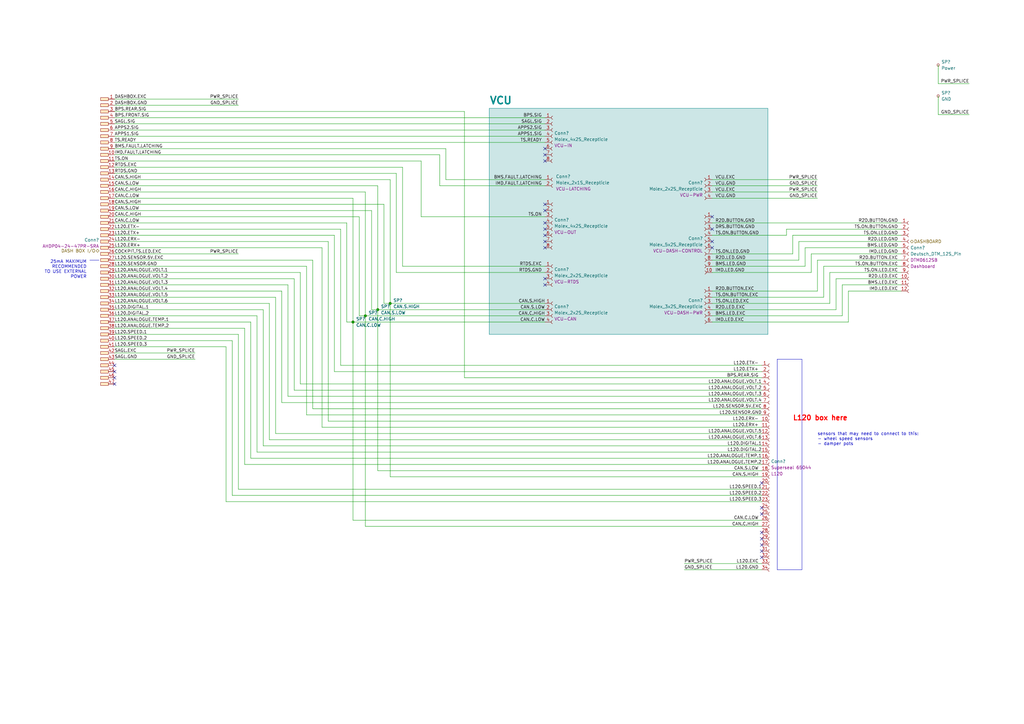
<source format=kicad_sch>
(kicad_sch (version 20231120) (generator "eeschema") (generator_version "8.0")
  (paper "A3")
  (title_block (title "LOOM - DASH BOX"))
  (lib_symbols
    (symbol "Connector:TestPoint_Small" (pin_numbers hide) (pin_names (offset 0.762) hide)
      (property "Reference" "TP" (at 0 3.81 0))
      (property "Value" "TestPoint_Small" (at 0 2.032 0))
      (symbol "TestPoint_Small_0_1"
        (circle (center 0 0) (radius 0.508))
      )
      (symbol "TestPoint_Small_1_1"
        (pin passive line (at 0 0 90) (length 0) (name "1") (number "1"))
      )
    )
    (symbol "Connectors_SUFST:AMPHENOL-47P-Pannel"
      (property "Reference" "Conn" (at 0 -1.905 0))
      (property "P/N" "AHDP04-24-47PR-SRA" (at 0 0 0))
      (symbol "AMPHENOL-47P-Pannel_0_1"
        (polyline (pts (xy -0.635 -121.285) (xy 1.905 -121.285)))
        (polyline (pts (xy -0.635 -116.205) (xy 1.905 -116.205)))
        (polyline (pts (xy -0.635 -111.125) (xy 1.905 -111.125)))
        (polyline (pts (xy -0.635 -106.045) (xy 1.905 -106.045)))
        (polyline (pts (xy -0.635 -100.965) (xy 1.905 -100.965)))
        (polyline (pts (xy -0.635 -95.885) (xy 1.905 -95.885)))
        (polyline (pts (xy -0.635 -90.805) (xy 1.905 -90.805)))
        (polyline (pts (xy -0.635 -85.725) (xy 1.905 -85.725)))
        (polyline (pts (xy -0.635 -80.645) (xy 1.905 -80.645)))
        (polyline (pts (xy -0.635 -75.565) (xy 1.905 -75.565)))
        (polyline (pts (xy -0.635 -70.485) (xy 1.905 -70.485)))
        (polyline (pts (xy -0.635 -65.405) (xy 1.905 -65.405)))
        (polyline (pts (xy -0.635 -60.325) (xy 1.905 -60.325)))
        (polyline (pts (xy -0.635 -55.245) (xy 1.905 -55.245)))
        (polyline (pts (xy -0.635 -50.165) (xy 1.905 -50.165)))
        (polyline (pts (xy -0.635 -45.085) (xy 1.905 -45.085)))
        (polyline (pts (xy -0.635 -40.005) (xy 1.905 -40.005)))
        (polyline (pts (xy -0.635 -34.925) (xy 1.905 -34.925)))
        (polyline (pts (xy -0.635 -29.845) (xy 1.905 -29.845)))
        (polyline (pts (xy -0.635 -24.765) (xy 1.905 -24.765)))
        (polyline (pts (xy -0.635 -19.685) (xy 1.905 -19.685)))
        (polyline (pts (xy -0.635 -14.605) (xy 1.905 -14.605)))
        (polyline (pts (xy -0.635 -9.525) (xy 1.905 -9.525)))
        (polyline (pts (xy -0.635 -4.445) (xy 1.905 -4.445)))
      )
      (symbol "AMPHENOL-47P-Pannel_1_1"
        (rectangle (start -3.81 -120.65) (end -0.635 -121.92) (fill (type color) (color 255 229 191 1)))
        (rectangle (start -3.81 -118.11) (end -0.635 -119.38) (fill (type color) (color 255 229 191 1)))
        (rectangle (start -3.81 -115.57) (end -0.635 -116.84) (fill (type color) (color 255 229 191 1)))
        (rectangle (start -3.81 -113.03) (end -0.635 -114.3) (fill (type color) (color 255 229 191 1)))
        (rectangle (start -3.81 -110.49) (end -0.635 -111.76) (fill (type color) (color 255 229 191 1)))
        (rectangle (start -3.81 -107.95) (end -0.635 -109.22) (fill (type color) (color 255 229 191 1)))
        (rectangle (start -3.81 -105.41) (end -0.635 -106.68) (fill (type color) (color 255 229 191 1)))
        (rectangle (start -3.81 -102.87) (end -0.635 -104.14) (fill (type color) (color 255 229 191 1)))
        (rectangle (start -3.81 -100.33) (end -0.635 -101.6) (fill (type color) (color 255 229 191 1)))
        (rectangle (start -3.81 -97.79) (end -0.635 -99.06) (fill (type color) (color 255 229 191 1)))
        (rectangle (start -3.81 -95.25) (end -0.635 -96.52) (fill (type color) (color 255 229 191 1)))
        (rectangle (start -3.81 -92.71) (end -0.635 -93.98) (fill (type color) (color 255 229 191 1)))
        (rectangle (start -3.81 -90.17) (end -0.635 -91.44) (fill (type color) (color 255 229 191 1)))
        (rectangle (start -3.81 -87.63) (end -0.635 -88.9) (fill (type color) (color 255 229 191 1)))
        (rectangle (start -3.81 -85.09) (end -0.635 -86.36) (fill (type color) (color 255 229 191 1)))
        (rectangle (start -3.81 -82.55) (end -0.635 -83.82) (fill (type color) (color 255 229 191 1)))
        (rectangle (start -3.81 -80.01) (end -0.635 -81.28) (fill (type color) (color 255 229 191 1)))
        (rectangle (start -3.81 -77.47) (end -0.635 -78.74) (fill (type color) (color 255 229 191 1)))
        (rectangle (start -3.81 -74.93) (end -0.635 -76.2) (fill (type color) (color 255 229 191 1)))
        (rectangle (start -3.81 -72.39) (end -0.635 -73.66) (fill (type color) (color 255 229 191 1)))
        (rectangle (start -3.81 -69.85) (end -0.635 -71.12) (fill (type color) (color 255 229 191 1)))
        (rectangle (start -3.81 -67.31) (end -0.635 -68.58) (fill (type color) (color 255 229 191 1)))
        (rectangle (start -3.81 -64.77) (end -0.635 -66.04) (fill (type color) (color 255 229 191 1)))
        (rectangle (start -3.81 -62.23) (end -0.635 -63.5) (fill (type color) (color 255 229 191 1)))
        (rectangle (start -3.81 -59.69) (end -0.635 -60.96) (fill (type color) (color 255 229 191 1)))
        (rectangle (start -3.81 -57.15) (end -0.635 -58.42) (fill (type color) (color 255 229 191 1)))
        (rectangle (start -3.81 -54.61) (end -0.635 -55.88) (fill (type color) (color 255 229 191 1)))
        (rectangle (start -3.81 -52.07) (end -0.635 -53.34) (fill (type color) (color 255 229 191 1)))
        (rectangle (start -3.81 -49.53) (end -0.635 -50.8) (fill (type color) (color 255 229 191 1)))
        (rectangle (start -3.81 -46.99) (end -0.635 -48.26) (fill (type color) (color 255 229 191 1)))
        (rectangle (start -3.81 -44.45) (end -0.635 -45.72) (fill (type color) (color 255 229 191 1)))
        (rectangle (start -3.81 -41.91) (end -0.635 -43.18) (fill (type color) (color 255 229 191 1)))
        (rectangle (start -3.81 -39.37) (end -0.635 -40.64) (fill (type color) (color 255 229 191 1)))
        (rectangle (start -3.81 -36.83) (end -0.635 -38.1) (fill (type color) (color 255 229 191 1)))
        (rectangle (start -3.81 -34.29) (end -0.635 -35.56) (fill (type color) (color 255 229 191 1)))
        (rectangle (start -3.81 -31.75) (end -0.635 -33.02) (fill (type color) (color 255 229 191 1)))
        (rectangle (start -3.81 -29.21) (end -0.635 -30.48) (fill (type color) (color 255 229 191 1)))
        (rectangle (start -3.81 -26.67) (end -0.635 -27.94) (fill (type color) (color 255 229 191 1)))
        (rectangle (start -3.81 -24.13) (end -0.635 -25.4) (fill (type color) (color 255 229 191 1)))
        (rectangle (start -3.81 -21.59) (end -0.635 -22.86) (fill (type color) (color 255 229 191 1)))
        (rectangle (start -3.81 -19.05) (end -0.635 -20.32) (fill (type color) (color 255 229 191 1)))
        (rectangle (start -3.81 -16.51) (end -0.635 -17.78) (fill (type color) (color 255 229 191 1)))
        (rectangle (start -3.81 -13.97) (end -0.635 -15.24) (fill (type color) (color 255 229 191 1)))
        (rectangle (start -3.81 -11.43) (end -0.635 -12.7) (fill (type color) (color 255 229 191 1)))
        (rectangle (start -3.81 -8.89) (end -0.635 -10.16) (fill (type color) (color 255 229 191 1)))
        (rectangle (start -3.81 -6.35) (end -0.635 -7.62) (fill (type color) (color 255 229 191 1)))
        (rectangle (start -3.81 -3.81) (end -0.635 -5.08) (fill (type color) (color 255 229 191 1)))
        (pin input line (at 1.905 -4.445 180) (length 2.54) (name "") (number "1"))
        (pin input line (at 1.905 -27.305 180) (length 2.54) (name "") (number "10"))
        (pin input line (at 1.905 -29.845 180) (length 2.54) (name "") (number "11"))
        (pin input line (at 1.905 -32.385 180) (length 2.54) (name "") (number "12"))
        (pin input line (at 1.905 -34.925 180) (length 2.54) (name "") (number "13"))
        (pin input line (at 1.905 -37.465 180) (length 2.54) (name "") (number "14"))
        (pin input line (at 1.905 -40.005 180) (length 2.54) (name "") (number "15"))
        (pin input line (at 1.905 -42.545 180) (length 2.54) (name "") (number "16"))
        (pin input line (at 1.905 -45.085 180) (length 2.54) (name "") (number "17"))
        (pin input line (at 1.905 -47.625 180) (length 2.54) (name "") (number "18"))
        (pin input line (at 1.905 -50.165 180) (length 2.54) (name "") (number "19"))
        (pin input line (at 1.905 -6.985 180) (length 2.54) (name "") (number "2"))
        (pin input line (at 1.905 -52.705 180) (length 2.54) (name "") (number "20"))
        (pin input line (at 1.905 -55.245 180) (length 2.54) (name "") (number "21"))
        (pin input line (at 1.905 -57.785 180) (length 2.54) (name "") (number "22"))
        (pin input line (at 1.905 -60.325 180) (length 2.54) (name "") (number "23"))
        (pin input line (at 1.905 -62.865 180) (length 2.54) (name "") (number "24"))
        (pin input line (at 1.905 -65.405 180) (length 2.54) (name "") (number "25"))
        (pin input line (at 1.905 -67.945 180) (length 2.54) (name "") (number "26"))
        (pin input line (at 1.905 -70.485 180) (length 2.54) (name "") (number "27"))
        (pin input line (at 1.905 -73.025 180) (length 2.54) (name "") (number "28"))
        (pin input line (at 1.905 -75.565 180) (length 2.54) (name "") (number "29"))
        (pin input line (at 1.905 -9.525 180) (length 2.54) (name "") (number "3"))
        (pin input line (at 1.905 -78.105 180) (length 2.54) (name "") (number "30"))
        (pin input line (at 1.905 -80.645 180) (length 2.54) (name "") (number "31"))
        (pin input line (at 1.905 -83.185 180) (length 2.54) (name "") (number "32"))
        (pin input line (at 1.905 -85.725 180) (length 2.54) (name "") (number "33"))
        (pin input line (at 1.905 -88.265 180) (length 2.54) (name "") (number "34"))
        (pin input line (at 1.905 -90.805 180) (length 2.54) (name "") (number "35"))
        (pin input line (at 1.905 -93.345 180) (length 2.54) (name "") (number "36"))
        (pin input line (at 1.905 -95.885 180) (length 2.54) (name "") (number "37"))
        (pin input line (at 1.905 -98.425 180) (length 2.54) (name "") (number "38"))
        (pin input line (at 1.905 -100.965 180) (length 2.54) (name "") (number "39"))
        (pin input line (at 1.905 -12.065 180) (length 2.54) (name "") (number "4"))
        (pin input line (at 1.905 -103.505 180) (length 2.54) (name "") (number "40"))
        (pin input line (at 1.905 -106.045 180) (length 2.54) (name "") (number "41"))
        (pin input line (at 1.905 -108.585 180) (length 2.54) (name "") (number "42"))
        (pin input line (at 1.905 -111.125 180) (length 2.54) (name "") (number "43"))
        (pin input line (at 1.905 -113.665 180) (length 2.54) (name "") (number "44"))
        (pin input line (at 1.905 -116.205 180) (length 2.54) (name "") (number "45"))
        (pin input line (at 1.905 -118.745 180) (length 2.54) (name "") (number "46"))
        (pin input line (at 1.905 -121.285 180) (length 2.54) (name "") (number "47"))
        (pin input line (at 1.905 -14.605 180) (length 2.54) (name "") (number "5"))
        (pin input line (at 1.905 -17.145 180) (length 2.54) (name "") (number "6"))
        (pin input line (at 1.905 -19.685 180) (length 2.54) (name "") (number "7"))
        (pin input line (at 1.905 -22.225 180) (length 2.54) (name "") (number "8"))
        (pin input line (at 1.905 -24.765 180) (length 2.54) (name "") (number "9"))
      )
    )
    (symbol "Connectors_SUFST:Deutsch_DTM_12S_Pin"
      (property "Reference" "Conn" (at 0 0.635 0))
      (property "P/N" "DTM0612SB" (at 0 0 0))
      (symbol "Deutsch_DTM_12S_Pin_0_1"
        (arc (start -2.5368 -27.9407) (mid -1.9833 -27.3063) (end -2.5355 -26.6707))
        (arc (start -2.5368 -22.8607) (mid -1.9833 -22.2263) (end -2.5355 -21.5907))
        (arc (start -2.5368 -17.7807) (mid -1.9833 -17.1463) (end -2.5355 -16.5107))
        (arc (start -2.5368 -12.7007) (mid -1.9833 -12.0663) (end -2.5355 -11.4307))
        (arc (start -2.5368 -7.6207) (mid -1.9833 -6.9863) (end -2.5355 -6.3507))
        (arc (start -2.5368 -2.5407) (mid -1.9833 -1.9063) (end -2.5355 -1.2707))
        (arc (start -2.4524 -30.4801) (mid -1.8989 -29.8457) (end -2.4511 -29.2101))
        (arc (start -2.4524 -25.4001) (mid -1.8989 -24.7657) (end -2.4511 -24.1301))
        (arc (start -2.4524 -20.3201) (mid -1.8989 -19.6857) (end -2.4511 -19.0501))
        (arc (start -2.4524 -15.2401) (mid -1.8989 -14.6057) (end -2.4511 -13.9701))
        (arc (start -2.4524 -10.1601) (mid -1.8989 -9.5257) (end -2.4511 -8.8901))
        (arc (start -2.4524 -5.0801) (mid -1.8989 -4.4457) (end -2.4511 -3.8101))
      )
      (symbol "Deutsch_DTM_12S_Pin_1_1"
        (pin input line (at 0.635 -29.845 180) (length 2.54) (name "") (number "1"))
        (pin input line (at 0.635 -6.985 180) (length 2.54) (name "") (number "10"))
        (pin input line (at 0.635 -4.445 180) (length 2.54) (name "") (number "11"))
        (pin input line (at 0.635 -1.905 180) (length 2.54) (name "") (number "12"))
        (pin input line (at 0.635 -27.305 180) (length 2.54) (name "") (number "2"))
        (pin input line (at 0.635 -24.765 180) (length 2.54) (name "") (number "3"))
        (pin input line (at 0.635 -22.225 180) (length 2.54) (name "") (number "4"))
        (pin input line (at 0.635 -19.685 180) (length 2.54) (name "") (number "5"))
        (pin input line (at 0.635 -17.145 180) (length 2.54) (name "") (number "6"))
        (pin input line (at 0.635 -14.605 180) (length 2.54) (name "") (number "7"))
        (pin input line (at 0.635 -12.065 180) (length 2.54) (name "") (number "8"))
        (pin input line (at 0.635 -9.525 180) (length 2.54) (name "") (number "9"))
      )
    )
    (symbol "Connectors_SUFST:L120 Connector"
      (property "Reference" "Conn" (at 0 0.635 0))
      (property "P/N" "Superseal 65044" (at -0.635 4.445 0))
      (symbol "L120 Connector_0_1"
        (arc (start -2.5368 -83.8207) (mid -1.9833 -83.1863) (end -2.5355 -82.5507))
        (arc (start -2.5368 -78.7407) (mid -1.9833 -78.1063) (end -2.5355 -77.4707))
        (arc (start -2.5368 -73.6607) (mid -1.9833 -73.0263) (end -2.5355 -72.3907))
        (arc (start -2.5368 -68.5807) (mid -1.9833 -67.9463) (end -2.5355 -67.3107))
        (arc (start -2.5368 -63.5007) (mid -1.9833 -62.8663) (end -2.5355 -62.2307))
        (arc (start -2.5368 -58.4207) (mid -1.9833 -57.7863) (end -2.5355 -57.1507))
        (arc (start -2.5368 -53.3407) (mid -1.9833 -52.7063) (end -2.5355 -52.0707))
        (arc (start -2.5368 -48.2607) (mid -1.9833 -47.6263) (end -2.5355 -46.9907))
        (arc (start -2.5368 -43.1807) (mid -1.9833 -42.5463) (end -2.5355 -41.9107))
        (arc (start -2.5368 -38.1007) (mid -1.9833 -37.4663) (end -2.5355 -36.8307))
        (arc (start -2.5368 -33.0207) (mid -1.9833 -32.3863) (end -2.5355 -31.7507))
        (arc (start -2.5368 -27.9407) (mid -1.9833 -27.3063) (end -2.5355 -26.6707))
        (arc (start -2.5368 -22.8607) (mid -1.9833 -22.2263) (end -2.5355 -21.5907))
        (arc (start -2.5368 -17.7807) (mid -1.9833 -17.1463) (end -2.5355 -16.5107))
        (arc (start -2.5368 -12.7007) (mid -1.9833 -12.0663) (end -2.5355 -11.4307))
        (arc (start -2.5368 -7.6207) (mid -1.9833 -6.9863) (end -2.5355 -6.3507))
        (arc (start -2.5368 -2.5407) (mid -1.9833 -1.9063) (end -2.5355 -1.2707))
        (arc (start -2.4524 -86.3601) (mid -1.8989 -85.7257) (end -2.4511 -85.0901))
        (arc (start -2.4524 -81.2801) (mid -1.8989 -80.6457) (end -2.4511 -80.0101))
        (arc (start -2.4524 -76.2001) (mid -1.8989 -75.5657) (end -2.4511 -74.9301))
        (arc (start -2.4524 -71.1201) (mid -1.8989 -70.4857) (end -2.4511 -69.8501))
        (arc (start -2.4524 -66.0401) (mid -1.8989 -65.4057) (end -2.4511 -64.7701))
        (arc (start -2.4524 -60.9601) (mid -1.8989 -60.3257) (end -2.4511 -59.6901))
        (arc (start -2.4524 -55.8801) (mid -1.8989 -55.2457) (end -2.4511 -54.6101))
        (arc (start -2.4524 -50.8001) (mid -1.8989 -50.1657) (end -2.4511 -49.5301))
        (arc (start -2.4524 -45.7201) (mid -1.8989 -45.0857) (end -2.4511 -44.4501))
        (arc (start -2.4524 -40.6401) (mid -1.8989 -40.0057) (end -2.4511 -39.3701))
        (arc (start -2.4524 -35.5601) (mid -1.8989 -34.9257) (end -2.4511 -34.2901))
        (arc (start -2.4524 -30.4801) (mid -1.8989 -29.8457) (end -2.4511 -29.2101))
        (arc (start -2.4524 -25.4001) (mid -1.8989 -24.7657) (end -2.4511 -24.1301))
        (arc (start -2.4524 -20.3201) (mid -1.8989 -19.6857) (end -2.4511 -19.0501))
        (arc (start -2.4524 -15.2401) (mid -1.8989 -14.6057) (end -2.4511 -13.9701))
        (arc (start -2.4524 -10.1601) (mid -1.8989 -9.5257) (end -2.4511 -8.8901))
        (arc (start -2.4524 -5.0801) (mid -1.8989 -4.4457) (end -2.4511 -3.8101))
      )
      (symbol "L120 Connector_1_1"
        (pin input line (at 0.635 -1.905 180) (length 2.54) (name "") (number "1"))
        (pin input line (at 0.635 -24.765 180) (length 2.54) (name "") (number "10"))
        (pin input line (at 0.635 -27.305 180) (length 2.54) (name "") (number "11"))
        (pin input line (at 0.635 -29.845 180) (length 2.54) (name "") (number "12"))
        (pin input line (at 0.635 -32.385 180) (length 2.54) (name "") (number "13"))
        (pin input line (at 0.635 -34.925 180) (length 2.54) (name "") (number "14"))
        (pin input line (at 0.635 -37.465 180) (length 2.54) (name "") (number "15"))
        (pin input line (at 0.635 -40.005 180) (length 2.54) (name "") (number "16"))
        (pin input line (at 0.635 -42.545 180) (length 2.54) (name "") (number "17"))
        (pin input line (at 0.635 -45.085 180) (length 2.54) (name "") (number "18"))
        (pin input line (at 0.635 -47.625 180) (length 2.54) (name "") (number "19"))
        (pin input line (at 0.635 -4.445 180) (length 2.54) (name "") (number "2"))
        (pin input line (at 0.635 -50.165 180) (length 2.54) (name "") (number "20"))
        (pin input line (at 0.635 -52.705 180) (length 2.54) (name "") (number "21"))
        (pin input line (at 0.635 -55.245 180) (length 2.54) (name "") (number "22"))
        (pin input line (at 0.635 -57.785 180) (length 2.54) (name "") (number "23"))
        (pin input line (at 0.635 -60.325 180) (length 2.54) (name "") (number "24"))
        (pin input line (at 0.635 -62.865 180) (length 2.54) (name "") (number "25"))
        (pin input line (at 0.635 -65.405 180) (length 2.54) (name "") (number "26"))
        (pin input line (at 0.635 -67.945 180) (length 2.54) (name "") (number "27"))
        (pin input line (at 0.635 -70.485 180) (length 2.54) (name "") (number "28"))
        (pin input line (at 0.635 -73.025 180) (length 2.54) (name "") (number "29"))
        (pin input line (at 0.635 -6.985 180) (length 2.54) (name "") (number "3"))
        (pin input line (at 0.635 -75.565 180) (length 2.54) (name "") (number "30"))
        (pin input line (at 0.635 -78.105 180) (length 2.54) (name "") (number "31"))
        (pin input line (at 0.635 -80.645 180) (length 2.54) (name "") (number "32"))
        (pin input line (at 0.635 -83.185 180) (length 2.54) (name "") (number "33"))
        (pin input line (at 0.635 -85.725 180) (length 2.54) (name "") (number "34"))
        (pin input line (at 0.635 -9.525 180) (length 2.54) (name "") (number "4"))
        (pin input line (at 0.635 -12.065 180) (length 2.54) (name "") (number "5"))
        (pin input line (at 0.635 -14.605 180) (length 2.54) (name "") (number "6"))
        (pin input line (at 0.635 -17.145 180) (length 2.54) (name "") (number "7"))
        (pin input line (at 0.635 -19.685 180) (length 2.54) (name "") (number "8"))
        (pin input line (at 0.635 -22.225 180) (length 2.54) (name "") (number "9"))
      )
    )
    (symbol "Connectors_SUFST:Molex_2x1S_Recepticle"
      (property "Reference" "Conn" (at 0 0.635 0))
      (symbol "Molex_2x1S_Recepticle_0_1"
        (arc (start -2.5368 -2.5407) (mid -1.9833 -1.9063) (end -2.5355 -1.2707))
        (arc (start -2.4524 -5.0801) (mid -1.8989 -4.4457) (end -2.4511 -3.8101))
      )
      (symbol "Molex_2x1S_Recepticle_1_1"
        (pin input line (at 0.635 -4.445 180) (length 2.54) (name "") (number "1"))
        (pin input line (at 0.635 -1.905 180) (length 2.54) (name "") (number "2"))
      )
    )
    (symbol "Connectors_SUFST:Molex_2x2S_Recepticle"
      (property "Reference" "Conn" (at 0 0.635 0))
      (symbol "Molex_2x2S_Recepticle_0_1"
        (arc (start -2.5368 -7.6207) (mid -1.9833 -6.9863) (end -2.5355 -6.3507))
        (arc (start -2.5368 -2.5407) (mid -1.9833 -1.9063) (end -2.5355 -1.2707))
        (arc (start -2.4524 -10.1601) (mid -1.8989 -9.5257) (end -2.4511 -8.8901))
        (arc (start -2.4524 -5.0801) (mid -1.8989 -4.4457) (end -2.4511 -3.8101))
      )
      (symbol "Molex_2x2S_Recepticle_1_1"
        (pin input line (at 0.635 -1.905 180) (length 2.54) (name "") (number "1"))
        (pin input line (at 0.635 -4.445 180) (length 2.54) (name "") (number "2"))
        (pin input line (at 0.635 -6.985 180) (length 2.54) (name "") (number "3"))
        (pin input line (at 0.635 -9.525 180) (length 2.54) (name "") (number "4"))
      )
    )
    (symbol "Connectors_SUFST:Molex_3x2S_Recepticle"
      (property "Reference" "Conn" (at 0 0.635 0))
      (symbol "Molex_3x2S_Recepticle_0_1"
        (arc (start -2.5368 -7.6207) (mid -1.9833 -6.9863) (end -2.5355 -6.3507))
        (arc (start -2.5368 -2.5407) (mid -1.9833 -1.9063) (end -2.5355 -1.2707))
        (arc (start -2.4524 -12.7001) (mid -1.8989 -12.0657) (end -2.4511 -11.4301))
        (arc (start -2.4524 -10.1601) (mid -1.8989 -9.5257) (end -2.4511 -8.8901))
        (arc (start -2.4524 -5.0801) (mid -1.8989 -4.4457) (end -2.4511 -3.8101))
        (arc (start -2.368 -15.2395) (mid -1.8145 -14.6051) (end -2.3667 -13.9695))
      )
      (symbol "Molex_3x2S_Recepticle_1_1"
        (pin input line (at 0.635 -1.905 180) (length 2.54) (name "") (number "1"))
        (pin input line (at 0.635 -4.445 180) (length 2.54) (name "") (number "2"))
        (pin input line (at 0.635 -6.985 180) (length 2.54) (name "") (number "3"))
        (pin input line (at 0.635 -9.525 180) (length 2.54) (name "") (number "4"))
        (pin input line (at 0.635 -12.065 180) (length 2.54) (name "") (number "5"))
        (pin input line (at 0.635 -14.605 180) (length 2.54) (name "") (number "6"))
      )
    )
    (symbol "Connectors_SUFST:Molex_4x2S_Recepticle"
      (property "Reference" "Conn" (at 0 0.635 0))
      (symbol "Molex_4x2S_Recepticle_0_1"
        (arc (start -2.5368 -7.6207) (mid -1.9833 -6.9863) (end -2.5355 -6.3507))
        (arc (start -2.5368 -2.5407) (mid -1.9833 -1.9063) (end -2.5355 -1.2707))
        (arc (start -2.4524 -17.7801) (mid -1.8989 -17.1457) (end -2.4511 -16.5101))
        (arc (start -2.4524 -12.7001) (mid -1.8989 -12.0657) (end -2.4511 -11.4301))
        (arc (start -2.4524 -10.1601) (mid -1.8989 -9.5257) (end -2.4511 -8.8901))
        (arc (start -2.4524 -5.0801) (mid -1.8989 -4.4457) (end -2.4511 -3.8101))
        (arc (start -2.368 -20.3195) (mid -1.8145 -19.6851) (end -2.3667 -19.0495))
        (arc (start -2.368 -15.2395) (mid -1.8145 -14.6051) (end -2.3667 -13.9695))
      )
      (symbol "Molex_4x2S_Recepticle_1_1"
        (pin input line (at 0.635 -1.905 180) (length 2.54) (name "") (number "1"))
        (pin input line (at 0.635 -4.445 180) (length 2.54) (name "") (number "2"))
        (pin input line (at 0.635 -6.985 180) (length 2.54) (name "") (number "3"))
        (pin input line (at 0.635 -9.525 180) (length 2.54) (name "") (number "4"))
        (pin input line (at 0.635 -12.065 180) (length 2.54) (name "") (number "5"))
        (pin input line (at 0.635 -14.605 180) (length 2.54) (name "") (number "6"))
        (pin input line (at 0.635 -17.145 180) (length 2.54) (name "") (number "7"))
        (pin input line (at 0.635 -19.685 180) (length 2.54) (name "") (number "8"))
      )
    )
    (symbol "Connectors_SUFST:Molex_5x2S_Recepticle"
      (property "Reference" "Conn" (at 0 0.635 0))
      (symbol "Molex_5x2S_Recepticle_0_1"
        (arc (start -2.5368 -7.6207) (mid -1.9833 -6.9863) (end -2.5355 -6.3507))
        (arc (start -2.5368 -2.5407) (mid -1.9833 -1.9063) (end -2.5355 -1.2707))
        (arc (start -2.4524 -22.8601) (mid -1.8989 -22.2257) (end -2.4511 -21.5901))
        (arc (start -2.4524 -17.7801) (mid -1.8989 -17.1457) (end -2.4511 -16.5101))
        (arc (start -2.4524 -12.7001) (mid -1.8989 -12.0657) (end -2.4511 -11.4301))
        (arc (start -2.4524 -10.1601) (mid -1.8989 -9.5257) (end -2.4511 -8.8901))
        (arc (start -2.4524 -5.0801) (mid -1.8989 -4.4457) (end -2.4511 -3.8101))
        (arc (start -2.368 -25.3995) (mid -1.8145 -24.7651) (end -2.3667 -24.1295))
        (arc (start -2.368 -20.3195) (mid -1.8145 -19.6851) (end -2.3667 -19.0495))
        (arc (start -2.368 -15.2395) (mid -1.8145 -14.6051) (end -2.3667 -13.9695))
      )
      (symbol "Molex_5x2S_Recepticle_1_1"
        (pin input line (at 0.635 -1.905 180) (length 2.54) (name "") (number "1"))
        (pin input line (at 0.635 -24.765 180) (length 2.54) (name "") (number "10"))
        (pin input line (at 0.635 -4.445 180) (length 2.54) (name "") (number "2"))
        (pin input line (at 0.635 -6.985 180) (length 2.54) (name "") (number "3"))
        (pin input line (at 0.635 -9.525 180) (length 2.54) (name "") (number "4"))
        (pin input line (at 0.635 -12.065 180) (length 2.54) (name "") (number "5"))
        (pin input line (at 0.635 -14.605 180) (length 2.54) (name "") (number "6"))
        (pin input line (at 0.635 -17.145 180) (length 2.54) (name "") (number "7"))
        (pin input line (at 0.635 -19.685 180) (length 2.54) (name "") (number "8"))
        (pin input line (at 0.635 -22.225 180) (length 2.54) (name "") (number "9"))
      )
    )
  )
  (junction (at 154.94 127))
  (junction (at 160.02 124.46))
  (junction (at 149.86 129.54))
  (junction (at 144.78 132.08))
  (no_connect (at 292.1 88.9))
  (no_connect (at 292.1 101.6))
  (no_connect (at 223.52 83.82))
  (no_connect (at 312.42 208.28))
  (no_connect (at 223.52 96.52))
  (no_connect (at 223.52 101.6))
  (no_connect (at 312.42 210.82))
  (no_connect (at 312.42 228.6))
  (no_connect (at 223.52 93.98))
  (no_connect (at 223.52 91.44))
  (no_connect (at 223.52 60.96))
  (no_connect (at 223.52 86.36))
  (no_connect (at 292.1 99.06))
  (no_connect (at 223.52 66.04))
  (no_connect (at 46.99 154.94))
  (no_connect (at 223.52 99.06))
  (no_connect (at 292.1 93.98))
  (no_connect (at 223.52 114.3))
  (no_connect (at 223.52 116.84))
  (no_connect (at 312.42 198.12))
  (no_connect (at 223.52 63.5))
  (no_connect (at 46.99 152.4))
  (no_connect (at 46.99 149.86))
  (no_connect (at 312.42 223.52))
  (no_connect (at 312.42 218.44))
  (no_connect (at 312.42 220.98))
  (no_connect (at 46.99 157.48))
  (no_connect (at 312.42 226.06))
  (wire (pts (xy 46.99 99.06) (xy 134.62 99.06)))
  (wire (pts (xy 312.42 187.96) (xy 102.87 187.96)))
  (wire (pts (xy 46.99 81.28) (xy 144.78 81.28)))
  (wire (pts (xy 165.1 109.22) (xy 165.1 68.58)))
  (wire (pts (xy 340.36 111.76) (xy 369.57 111.76)))
  (wire (pts (xy 384.81 34.29) (xy 397.51 34.29)))
  (wire (pts (xy 312.42 167.64) (xy 128.27 167.64)))
  (wire (pts (xy 46.99 91.44) (xy 142.24 91.44)))
  (wire (pts (xy 312.42 175.26) (xy 132.08 175.26)))
  (wire (pts (xy 46.99 93.98) (xy 139.7 93.98)))
  (wire (pts (xy 123.19 111.76) (xy 46.99 111.76)))
  (wire (pts (xy 369.57 114.3) (xy 342.9 114.3)))
  (wire (pts (xy 312.42 182.88) (xy 107.95 182.88)))
  (wire (pts (xy 292.1 129.54) (xy 345.44 129.54)))
  (wire (pts (xy 125.73 170.18) (xy 125.73 109.22)))
  (wire (pts (xy 125.73 109.22) (xy 46.99 109.22)))
  (wire (pts (xy 292.1 124.46) (xy 340.36 124.46)))
  (wire (pts (xy 46.99 45.72) (xy 190.5 45.72)))
  (wire (pts (xy 335.28 78.74) (xy 292.1 78.74)))
  (wire (pts (xy 46.99 43.18) (xy 97.79 43.18)))
  (wire (pts (xy 292.1 104.14) (xy 325.12 104.14)))
  (wire (pts (xy 46.99 73.66) (xy 160.02 73.66)))
  (wire (pts (xy 92.71 205.74) (xy 92.71 142.24)))
  (wire (pts (xy 325.12 96.52) (xy 369.57 96.52)))
  (wire (pts (xy 162.56 111.76) (xy 223.52 111.76)))
  (wire (pts (xy 120.65 160.02) (xy 120.65 114.3)))
  (wire (pts (xy 113.03 177.8) (xy 113.03 121.92)))
  (wire (pts (xy 139.7 149.86) (xy 312.42 149.86)))
  (wire (pts (xy 152.4 86.36) (xy 152.4 127)))
  (wire (pts (xy 312.42 160.02) (xy 120.65 160.02)))
  (wire (pts (xy 223.52 76.2) (xy 180.34 76.2)))
  (wire (pts (xy 312.42 231.14) (xy 280.67 231.14)))
  (wire (pts (xy 46.99 76.2) (xy 154.94 76.2)))
  (wire (pts (xy 97.79 200.66) (xy 97.79 137.16)))
  (wire (pts (xy 160.02 73.66) (xy 160.02 124.46)))
  (wire (pts (xy 110.49 180.34) (xy 110.49 124.46)))
  (wire (pts (xy 223.52 109.22) (xy 165.1 109.22)))
  (wire (pts (xy 149.86 215.9) (xy 149.86 129.54)))
  (wire (pts (xy 180.34 76.2) (xy 180.34 63.5)))
  (wire (pts (xy 337.82 121.92) (xy 337.82 109.22)))
  (wire (pts (xy 292.1 91.44) (xy 369.57 91.44)))
  (wire (pts (xy 332.74 111.76) (xy 292.1 111.76)))
  (wire (pts (xy 327.66 106.68) (xy 292.1 106.68)))
  (wire (pts (xy 46.99 60.96) (xy 182.88 60.96)))
  (wire (pts (xy 182.88 73.66) (xy 223.52 73.66)))
  (wire (pts (xy 292.1 109.22) (xy 330.2 109.22)))
  (wire (pts (xy 347.98 132.08) (xy 292.1 132.08)))
  (wire (pts (xy 312.42 233.68) (xy 280.67 233.68)))
  (wire (pts (xy 107.95 182.88) (xy 107.95 127)))
  (wire (pts (xy 144.78 132.08) (xy 144.78 81.28)))
  (wire (pts (xy 137.16 96.52) (xy 137.16 152.4)))
  (wire (pts (xy 312.42 193.04) (xy 154.94 193.04)))
  (wire (pts (xy 46.99 40.64) (xy 97.79 40.64)))
  (wire (pts (xy 107.95 127) (xy 46.99 127)))
  (wire (pts (xy 335.28 106.68) (xy 369.57 106.68)))
  (wire (pts (xy 345.44 116.84) (xy 369.57 116.84)))
  (wire (pts (xy 115.57 119.38) (xy 46.99 119.38)))
  (wire (pts (xy 327.66 99.06) (xy 327.66 106.68)))
  (wire (pts (xy 128.27 106.68) (xy 46.99 106.68)))
  (wire (pts (xy 149.86 78.74) (xy 149.86 129.54)))
  (wire (pts (xy 312.42 180.34) (xy 110.49 180.34)))
  (wire (pts (xy 46.99 101.6) (xy 132.08 101.6)))
  (wire (pts (xy 95.25 203.2) (xy 312.42 203.2)))
  (wire (pts (xy 335.28 76.2) (xy 292.1 76.2)))
  (wire (pts (xy 157.48 83.82) (xy 157.48 124.46)))
  (wire (pts (xy 105.41 185.42) (xy 312.42 185.42)))
  (wire (pts (xy 345.44 129.54) (xy 345.44 116.84)))
  (wire (pts (xy 312.42 177.8) (xy 113.03 177.8)))
  (wire (pts (xy 46.99 83.82) (xy 157.48 83.82)))
  (wire (pts (xy 337.82 109.22) (xy 369.57 109.22)))
  (wire (pts (xy 46.99 104.14) (xy 97.79 104.14)))
  (wire (pts (xy 172.72 66.04) (xy 172.72 88.9)))
  (wire (pts (xy 332.74 104.14) (xy 332.74 111.76)))
  (wire (pts (xy 118.11 162.56) (xy 118.11 116.84)))
  (wire (pts (xy 123.19 157.48) (xy 123.19 111.76)))
  (wire (pts (xy 162.56 71.12) (xy 162.56 111.76)))
  (wire (pts (xy 137.16 152.4) (xy 312.42 152.4)))
  (wire (pts (xy 312.42 205.74) (xy 92.71 205.74)))
  (wire (pts (xy 149.86 129.54) (xy 223.52 129.54)))
  (wire (pts (xy 46.99 66.04) (xy 172.72 66.04)))
  (wire (pts (xy 292.1 121.92) (xy 337.82 121.92)))
  (polyline (pts (xy 36.83 106.68) (xy 40.64 106.68)))
  (wire (pts (xy 160.02 124.46) (xy 223.52 124.46)))
  (wire (pts (xy 312.42 213.36) (xy 144.78 213.36)))
  (wire (pts (xy 46.99 88.9) (xy 147.32 88.9)))
  (wire (pts (xy 118.11 116.84) (xy 46.99 116.84)))
  (wire (pts (xy 97.79 137.16) (xy 46.99 137.16)))
  (wire (pts (xy 325.12 104.14) (xy 325.12 96.52)))
  (wire (pts (xy 154.94 193.04) (xy 154.94 127)))
  (wire (pts (xy 342.9 114.3) (xy 342.9 127)))
  (wire (pts (xy 46.99 48.26) (xy 223.52 48.26)))
  (wire (pts (xy 142.24 91.44) (xy 142.24 132.08)))
  (wire (pts (xy 134.62 99.06) (xy 134.62 172.72)))
  (wire (pts (xy 335.28 73.66) (xy 292.1 73.66)))
  (wire (pts (xy 102.87 132.08) (xy 46.99 132.08)))
  (wire (pts (xy 312.42 162.56) (xy 118.11 162.56)))
  (wire (pts (xy 154.94 127) (xy 223.52 127)))
  (wire (pts (xy 46.99 78.74) (xy 149.86 78.74)))
  (wire (pts (xy 46.99 53.34) (xy 223.52 53.34)))
  (wire (pts (xy 113.03 121.92) (xy 46.99 121.92)))
  (wire (pts (xy 100.33 190.5) (xy 100.33 134.62)))
  (wire (pts (xy 144.78 132.08) (xy 223.52 132.08)))
  (wire (pts (xy 335.28 119.38) (xy 335.28 106.68)))
  (wire (pts (xy 172.72 88.9) (xy 223.52 88.9)))
  (wire (pts (xy 340.36 124.46) (xy 340.36 111.76)))
  (wire (pts (xy 46.99 63.5) (xy 180.34 63.5)))
  (wire (pts (xy 330.2 109.22) (xy 330.2 101.6)))
  (wire (pts (xy 46.99 71.12) (xy 162.56 71.12)))
  (wire (pts (xy 312.42 190.5) (xy 100.33 190.5)))
  (wire (pts (xy 160.02 195.58) (xy 160.02 124.46)))
  (wire (pts (xy 312.42 157.48) (xy 123.19 157.48)))
  (wire (pts (xy 46.99 96.52) (xy 137.16 96.52)))
  (wire (pts (xy 384.81 39.37) (xy 384.81 46.99)))
  (wire (pts (xy 322.58 93.98) (xy 369.57 93.98)))
  (wire (pts (xy 292.1 119.38) (xy 335.28 119.38)))
  (wire (pts (xy 142.24 132.08) (xy 144.78 132.08)))
  (wire (pts (xy 154.94 127) (xy 152.4 127)))
  (wire (pts (xy 46.99 55.88) (xy 223.52 55.88)))
  (wire (pts (xy 369.57 99.06) (xy 327.66 99.06)))
  (wire (pts (xy 46.99 58.42) (xy 223.52 58.42)))
  (wire (pts (xy 128.27 167.64) (xy 128.27 106.68)))
  (wire (pts (xy 369.57 119.38) (xy 347.98 119.38)))
  (wire (pts (xy 384.81 34.29) (xy 384.81 26.67)))
  (wire (pts (xy 139.7 93.98) (xy 139.7 149.86)))
  (wire (pts (xy 342.9 127) (xy 292.1 127)))
  (wire (pts (xy 105.41 129.54) (xy 105.41 185.42)))
  (wire (pts (xy 46.99 68.58) (xy 165.1 68.58)))
  (wire (pts (xy 95.25 139.7) (xy 95.25 203.2)))
  (wire (pts (xy 115.57 165.1) (xy 115.57 119.38)))
  (wire (pts (xy 312.42 215.9) (xy 149.86 215.9)))
  (wire (pts (xy 292.1 96.52) (xy 322.58 96.52)))
  (wire (pts (xy 46.99 142.24) (xy 92.71 142.24)))
  (wire (pts (xy 157.48 124.46) (xy 160.02 124.46)))
  (wire (pts (xy 190.5 45.72) (xy 190.5 154.94)))
  (wire (pts (xy 100.33 134.62) (xy 46.99 134.62)))
  (wire (pts (xy 154.94 127) (xy 154.94 76.2)))
  (wire (pts (xy 322.58 93.98) (xy 322.58 96.52)))
  (wire (pts (xy 134.62 172.72) (xy 312.42 172.72)))
  (wire (pts (xy 384.81 46.99) (xy 397.51 46.99)))
  (wire (pts (xy 46.99 144.78) (xy 80.01 144.78)))
  (wire (pts (xy 312.42 195.58) (xy 160.02 195.58)))
  (wire (pts (xy 312.42 165.1) (xy 115.57 165.1)))
  (wire (pts (xy 102.87 187.96) (xy 102.87 132.08)))
  (wire (pts (xy 312.42 200.66) (xy 97.79 200.66)))
  (wire (pts (xy 330.2 101.6) (xy 369.57 101.6)))
  (wire (pts (xy 335.28 81.28) (xy 292.1 81.28)))
  (wire (pts (xy 312.42 170.18) (xy 125.73 170.18)))
  (wire (pts (xy 369.57 104.14) (xy 332.74 104.14)))
  (wire (pts (xy 144.78 213.36) (xy 144.78 132.08)))
  (wire (pts (xy 347.98 119.38) (xy 347.98 132.08)))
  (wire (pts (xy 110.49 124.46) (xy 46.99 124.46)))
  (wire (pts (xy 147.32 129.54) (xy 149.86 129.54)))
  (wire (pts (xy 46.99 139.7) (xy 95.25 139.7)))
  (wire (pts (xy 182.88 60.96) (xy 182.88 73.66)))
  (wire (pts (xy 147.32 88.9) (xy 147.32 129.54)))
  (wire (pts (xy 46.99 129.54) (xy 105.41 129.54)))
  (wire (pts (xy 132.08 175.26) (xy 132.08 101.6)))
  (wire (pts (xy 46.99 147.32) (xy 80.01 147.32)))
  (wire (pts (xy 46.99 50.8) (xy 223.52 50.8)))
  (wire (pts (xy 46.99 86.36) (xy 152.4 86.36)))
  (wire (pts (xy 120.65 114.3) (xy 46.99 114.3)))
  (wire (pts (xy 190.5 154.94) (xy 312.42 154.94)))
  (rectangle (start 318.77 147.32) (end 328.93 233.68))
  (rectangle (start 200.66 44.45) (end 314.96 137.16) (stroke (width 0) (color 0 132 132 1)) (fill (type color) (color 0 132 132 0.2)))
  (text "L120 box here" (at 325.12 172.72 0) (effects (font (size 2 2) (bold yes)) (justify left bottom)))
  (text "25mA MAXIMUM\nRECOMMENDED\nTO USE EXTERNAL\nPOWER" (at 35.56 114.3 0) (effects (font (size 1.27 1.27)) (justify right bottom)))
  (text "sensors that may need to connect to this:\n- wheel speed sensors\n- damper pots" (at 335.28 182.88 0) (effects (font (size 1.27 1.27)) (justify left bottom)))
  (text "VCU" (at 200.66 43.18 0) (effects (font (size 3 3) (thickness 0.6) (bold yes)) (justify left bottom)))
  (label "VCU.EXC" (at 293.37 78.74 0))
  (label "L120.ANALOGUE.TEMP.1" (at 46.99 132.08 0))
  (label "APPS2.SIG" (at 222.25 53.34 180))
  (label "CAN.C.HIGH" (at 46.99 78.74 0))
  (label "L120.SENSOR.GND" (at 312.42 170.18 180))
  (label "APPS1.SIG" (at 46.99 55.88 0))
  (label "R2D.LED.EXC" (at 293.37 127 0))
  (label "L120.DIGITAL.2" (at 312.42 185.42 180))
  (label "L120.DIGITAL.1" (at 312.42 182.88 180))
  (label "L120.GND" (at 311.15 233.68 180))
  (label "L120.ERX-" (at 311.15 172.72 180))
  (label "CAN.S.LOW" (at 46.99 76.2 0))
  (label "R2D.BUTTON.EXC" (at 368.3 106.68 180))
  (label "L120.ANALOGUE.VOLT.1" (at 46.99 111.76 0))
  (label "IMD.LED.EXC" (at 368.3 119.38 180))
  (label "L120.SPEED.1" (at 46.99 137.16 0))
  (label "CAN.C.HIGH" (at 311.15 215.9 180))
  (label "IMD.FAULT.LATCHING" (at 46.99 63.5 0))
  (label "VCU.GND" (at 293.37 81.28 0))
  (label "L120.ANALOGUE.VOLT.4" (at 312.42 165.1 180))
  (label "APPS2.SIG" (at 46.99 53.34 0))
  (label "L120.ANALOGUE.VOLT.6" (at 312.42 180.34 180))
  (label "L120.DIGITAL.1" (at 46.99 127 0))
  (label "GND_SPLICE" (at 335.28 76.2 180))
  (label "TS.ON.LED.GND" (at 293.37 104.14 0))
  (label "RTDS.GND" (at 222.25 111.76 180))
  (label "L120.ETX-" (at 311.15 149.86 180))
  (label "R2D.LED.EXC" (at 368.3 114.3 180))
  (label "GND_SPLICE" (at 80.01 147.32 180))
  (label "TS.ON" (at 46.99 66.04 0))
  (label "IMD.LED.GND" (at 293.37 111.76 0))
  (label "RTDS.EXC" (at 222.25 109.22 180))
  (label "L120.ANALOGUE.VOLT.2" (at 46.99 114.3 0))
  (label "RTDS.EXC" (at 46.99 68.58 0))
  (label "L120.SENSOR.5V.EXC" (at 312.42 167.64 180))
  (label "VCU.EXC" (at 293.37 73.66 0))
  (label "L120.SPEED.2" (at 312.42 203.2 180))
  (label "BMS.LED.EXC" (at 293.37 129.54 0))
  (label "L120.SPEED.3" (at 312.42 205.74 180))
  (label "L120.ERX-" (at 46.99 99.06 0))
  (label "CAN.S.LOW" (at 46.99 86.36 0))
  (label "TS.ON.BUTTON.EXC" (at 293.37 121.92 0))
  (label "APPS1.SIG" (at 222.25 55.88 180))
  (label "L120.ANALOGUE.TEMP.2" (at 312.42 190.5 180))
  (label "CAN.S.HIGH" (at 46.99 83.82 0))
  (label "PWR_SPLICE" (at 97.79 40.64 180))
  (label "TS.ON.LED.GND" (at 368.3 96.52 180))
  (label "R2D.BUTTON.EXC" (at 293.37 119.38 0))
  (label "BPS.REAR.SIG" (at 46.99 45.72 0))
  (label "L120.ANALOGUE.TEMP.2" (at 46.99 134.62 0))
  (label "CAN.S.LOW" (at 311.15 193.04 180))
  (label "L120.ERX+" (at 46.99 101.6 0))
  (label "L120.SPEED.2" (at 46.99 139.7 0))
  (label "L120.ANALOGUE.VOLT.4" (at 46.99 119.38 0))
  (label "RTDS.GND" (at 46.99 71.12 0))
  (label "GND_SPLICE" (at 97.79 43.18 180))
  (label "TS.ON" (at 222.25 88.9 180))
  (label "L120.EXC" (at 311.15 231.14 180))
  (label "PWR_SPLICE" (at 280.67 231.14 0))
  (label "TS.READY" (at 46.99 58.42 0))
  (label "CAN.C.HIGH" (at 223.52 129.54 180))
  (label "DASHBOX.GND" (at 46.99 43.18 0))
  (label "L120.ANALOGUE.VOLT.5" (at 312.42 177.8 180))
  (label "L120.DIGITAL.2" (at 46.99 129.54 0))
  (label "COCKPIT.TS.LED.EXC" (at 46.99 104.14 0))
  (label "R2D.BUTTON.GND" (at 368.3 91.44 180))
  (label "BPS.REAR.SIG" (at 311.15 154.94 180))
  (label "L120.ETX+" (at 46.99 96.52 0))
  (label "CAN.C.LOW" (at 223.52 132.08 180))
  (label "CAN.S.HIGH" (at 223.52 124.46 180))
  (label "BMS.LED.GND" (at 368.3 101.6 180))
  (label "L120.ERX+" (at 311.15 175.26 180))
  (label "L120.ANALOGUE.VOLT.3" (at 312.42 162.56 180))
  (label "L120.ANALOGUE.TEMP.1" (at 312.42 187.96 180))
  (label "CAN.C.HIGH" (at 46.99 88.9 0))
  (label "GND_SPLICE" (at 335.28 81.28 180))
  (label "BPS.FRONT.SIG" (at 46.99 48.26 0))
  (label "BMS.LED.GND" (at 293.37 109.22 0))
  (label "GND_SPLICE" (at 280.67 233.68 0))
  (label "TS.ON.BUTTON.GND" (at 368.3 93.98 180))
  (label "L120.ANALOGUE.VOLT.3" (at 46.99 116.84 0))
  (label "IMD.FAULT.LATCHING" (at 222.25 76.2 180))
  (label "PWR_SPLICE" (at 335.28 73.66 180))
  (label "PWR_SPLICE" (at 97.79 104.14 180))
  (label "SAGL.SIG" (at 222.25 50.8 180))
  (label "SAGL.GND" (at 46.99 147.32 0))
  (label "L120.SENSOR.GND" (at 46.99 109.22 0))
  (label "L120.SENSOR.5V.EXC" (at 46.99 106.68 0))
  (label "PWR_SPLICE" (at 397.51 34.29 180))
  (label "TS.ON.BUTTON.GND" (at 293.37 96.52 0))
  (label "IMD.LED.EXC" (at 293.37 132.08 0))
  (label "CAN.C.LOW" (at 46.99 81.28 0))
  (label "SAGL.EXC" (at 46.99 144.78 0))
  (label "SAGL.SIG" (at 46.99 50.8 0))
  (label "BMS.LED.EXC" (at 368.3 116.84 180))
  (label "L120.ANALOGUE.VOLT.5" (at 46.99 121.92 0))
  (label "PWR_SPLICE" (at 335.28 78.74 180))
  (label "TS.ON.LED.EXC" (at 368.3 111.76 180))
  (label "BMS.FAULT.LATCHING" (at 222.25 73.66 180))
  (label "CAN.S.HIGH" (at 46.99 73.66 0))
  (label "R2D.BUTTON.GND" (at 293.37 91.44 0))
  (label "CAN.S.LOW" (at 223.52 127 180))
  (label "L120.SPEED.3" (at 46.99 142.24 0))
  (label "R2D.LED.GND" (at 293.37 106.68 0))
  (label "BPS.SIG" (at 222.25 48.26 180))
  (label "CAN.S.HIGH" (at 311.15 195.58 180))
  (label "PWR_SPLICE" (at 80.01 144.78 180))
  (label "DASHBOX.EXC" (at 46.99 40.64 0))
  (label "L120.SPEED.1" (at 312.42 200.66 180))
  (label "TS.READY" (at 222.25 58.42 180))
  (label "IMD.LED.GND" (at 368.3 104.14 180))
  (label "VCU.GND" (at 293.37 76.2 0))
  (label "L120.ANALOGUE.VOLT.1" (at 312.42 157.48 180))
  (label "GND_SPLICE" (at 397.51 46.99 180))
  (label "L120.ETX+" (at 311.15 152.4 180))
  (label "TS.ON.BUTTON.EXC" (at 368.3 109.22 180))
  (label "R2D.LED.GND" (at 368.3 99.06 180))
  (label "BMS.FAULT.LATCHING" (at 46.99 60.96 0))
  (label "CAN.C.LOW" (at 46.99 91.44 0))
  (label "TS.ON.LED.EXC" (at 293.37 124.46 0))
  (label "DRS.BUTTON.GND" (at 293.37 93.98 0))
  (label "L120.ANALOGUE.VOLT.6" (at 46.99 124.46 0))
  (label "L120.ETX-" (at 46.99 93.98 0))
  (label "CAN.C.LOW" (at 311.15 213.36 180))
  (label "L120.ANALOGUE.VOLT.2" (at 312.42 160.02 180))
  (hierarchical_label "DASHBOARD" (shape bidirectional) (at 373.38 99.06 0))
  (hierarchical_label "DASH BOX I{slash}O" (shape bidirectional) (at 40.64 102.87 180))
  (symbol (lib_id "Connector:TestPoint_Small") (at 384.81 39.37 0) (unit 1)
    (property "Reference" "SP?" (at 386.08 38.1 0) (effects (justify left)))
    (property "Value" "GND" (at 386.08 40.64 0) (effects (justify left)))
  )
  (symbol (lib_id "Connectors_SUFST:Molex_4x2S_Recepticle") (at 224.155 81.915 0) (mirror y) (unit 1)
    (property "Reference" "Conn?" (at 227.33 90.1701 0) (effects (justify right)))
    (property "Value" "Molex_4x2S_Recepticle" (at 227.33 92.7101 0) (effects (justify right)))
    (property "P/N" "43025-0800" (effects (hide yes)))
    (property "Conn Name" "VCU-OUT" (at 227.33 95.2501 0) (effects (justify right)))
  )
  (symbol (lib_id "Connectors_SUFST:Molex_5x2S_Recepticle") (at 291.465 86.995 0) (unit 1)
    (property "Reference" "Conn?" (at 288.29 97.7901 0) (effects (justify right)))
    (property "Value" "Molex_5x2S_Recepticle" (at 288.29 100.3301 0) (effects (justify right)))
    (property "P/N" "43025-1000" (effects (hide yes)))
    (property "Conn Name" "VCU-DASH-CONTROL" (at 288.29 102.8701 0) (effects (justify right)))
  )
  (symbol (lib_id "Connector:TestPoint_Small") (at 384.81 26.67 0) (unit 1)
    (property "Reference" "SP?" (at 386.08 25.4 0) (effects (justify left)))
    (property "Value" "Power" (at 386.08 27.94 0) (effects (justify left)))
  )
  (symbol (lib_id "Connectors_SUFST:AMPHENOL-47P-Pannel") (at 45.085 36.195 0) (unit 1)
    (property "Reference" "Conn?" (at 40.64 98.425 0) (effects (justify right)))
    (property "Value" "AMPHENOL-47P-Pannel" (effects (hide yes)))
    (property "P/N" "AHDP04-24-47PR-SRA" (at 40.64 100.965 0) (effects (justify right)))
  )
  (symbol (lib_id "Connector:TestPoint_Small") (at 144.78 132.08 0) (unit 1)
    (property "Reference" "SP?" (at 146.05 130.81 0) (effects (justify left)))
    (property "Value" "CAN.C.LOW" (at 146.05 133.35 0) (effects (justify left)))
  )
  (symbol (lib_id "Connectors_SUFST:L120 Connector") (at 313.055 147.955 0) (mirror y) (unit 1)
    (property "Reference" "Conn?" (at 316.23 189.2304 0) (effects (justify right)))
    (property "Value" "L120 Connector" (effects (hide yes)))
    (property "P/N" "Superseal 65044" (at 316.23 191.7704 0) (effects (justify right)))
    (property "Conn Name" "L120" (at 316.23 194.3104 0) (effects (justify right)))
  )
  (symbol (lib_id "Connectors_SUFST:Molex_2x2S_Recepticle") (at 291.465 71.755 0) (unit 1)
    (property "Reference" "Conn?" (at 288.29 74.9304 0) (effects (justify right)))
    (property "Value" "Molex_2x2S_Recepticle" (at 288.29 77.4704 0) (effects (justify right)))
    (property "P/N" "43025-0400" (effects (hide yes)))
    (property "Conn Name" "VCU-PWR" (at 288.29 80.0104 0) (effects (justify right)))
  )
  (symbol (lib_id "Connectors_SUFST:Deutsch_DTM_12S_Pin") (at 370.205 121.285 180) (unit 1)
    (property "Reference" "Conn?" (at 373.38 101.5996 0) (effects (justify right)))
    (property "Value" "Deutsch_DTM_12S_Pin" (at 373.38 104.1396 0) (effects (justify right)))
    (property "P/N" "DTM0612SB" (at 373.38 106.6796 0) (effects (justify right)))
    (property "Conn Name" "Dashboard" (at 373.38 109.2196 0) (effects (justify right)))
  )
  (symbol (lib_id "Connector:TestPoint_Small") (at 149.86 129.54 0) (unit 1)
    (property "Reference" "SP?" (at 151.13 128.27 0) (effects (justify left)))
    (property "Value" "CAN.C.HIGH" (at 151.13 130.81 0) (effects (justify left)))
  )
  (symbol (lib_id "Connector:TestPoint_Small") (at 154.94 127 0) (unit 1)
    (property "Reference" "SP?" (at 156.21 125.73 0) (effects (justify left)))
    (property "Value" "CAN.S.LOW" (at 156.21 128.27 0) (effects (justify left)))
  )
  (symbol (lib_id "Connectors_SUFST:Molex_4x2S_Recepticle") (at 224.155 46.355 0) (mirror y) (unit 1)
    (property "Reference" "Conn?" (at 227.33 54.6101 0) (effects (justify right)))
    (property "Value" "Molex_4x2S_Recepticle" (at 227.33 57.1501 0) (effects (justify right)))
    (property "P/N" "43025-0800" (effects (hide yes)))
    (property "Conn Name" "VCU-IN" (at 227.33 59.6901 0) (effects (justify right)))
  )
  (symbol (lib_id "Connectors_SUFST:Molex_2x1S_Recepticle") (at 224.155 78.105 180) (unit 1)
    (property "Reference" "Conn?" (at 227.965 72.3896 0) (effects (justify right)))
    (property "Value" "Molex_2x1S_Recepticle" (at 227.965 74.9296 0) (effects (justify right)))
    (property "P/N" "43645-0200" (effects (hide yes)))
    (property "Conn Name" "VCU-LATCHING" (at 227.965 77.4696 0) (effects (justify right)))
  )
  (symbol (lib_id "Connectors_SUFST:Molex_3x2S_Recepticle") (at 291.465 117.475 0) (unit 1)
    (property "Reference" "Conn?" (at 288.29 123.1901 0) (effects (justify right)))
    (property "Value" "Molex_3x2S_Recepticle" (at 288.29 125.7301 0) (effects (justify right)))
    (property "P/N" "43025-0600" (effects (hide yes)))
    (property "Conn Name" "VCU-DASH-PWR" (at 288.29 128.2701 0) (effects (justify right)))
  )
  (symbol (lib_id "Connectors_SUFST:Molex_2x2S_Recepticle") (at 224.155 107.315 0) (mirror y) (unit 1)
    (property "Reference" "Conn?" (at 227.33 110.4904 0) (effects (justify right)))
    (property "Value" "Molex_2x2S_Recepticle" (at 227.33 113.0304 0) (effects (justify right)))
    (property "P/N" "43025-0400" (effects (hide yes)))
    (property "Conn Name" "VCU-RTDS" (at 227.33 115.5704 0) (effects (justify right)))
  )
  (symbol (lib_id "Connector:TestPoint_Small") (at 160.02 124.46 0) (unit 1)
    (property "Reference" "SP?" (at 161.29 123.19 0) (effects (justify left)))
    (property "Value" "CAN.S.HIGH" (at 161.29 125.73 0) (effects (justify left)))
  )
  (symbol (lib_id "Connectors_SUFST:Molex_2x2S_Recepticle") (at 224.155 122.555 0) (mirror y) (unit 1)
    (property "Reference" "Conn?" (at 227.33 125.7304 0) (effects (justify right)))
    (property "Value" "Molex_2x2S_Recepticle" (at 227.33 128.2704 0) (effects (justify right)))
    (property "P/N" "43025-0400" (effects (hide yes)))
    (property "Conn Name" "VCU-CAN" (at 227.33 130.8104 0) (effects (justify right)))
  )
)
</source>
